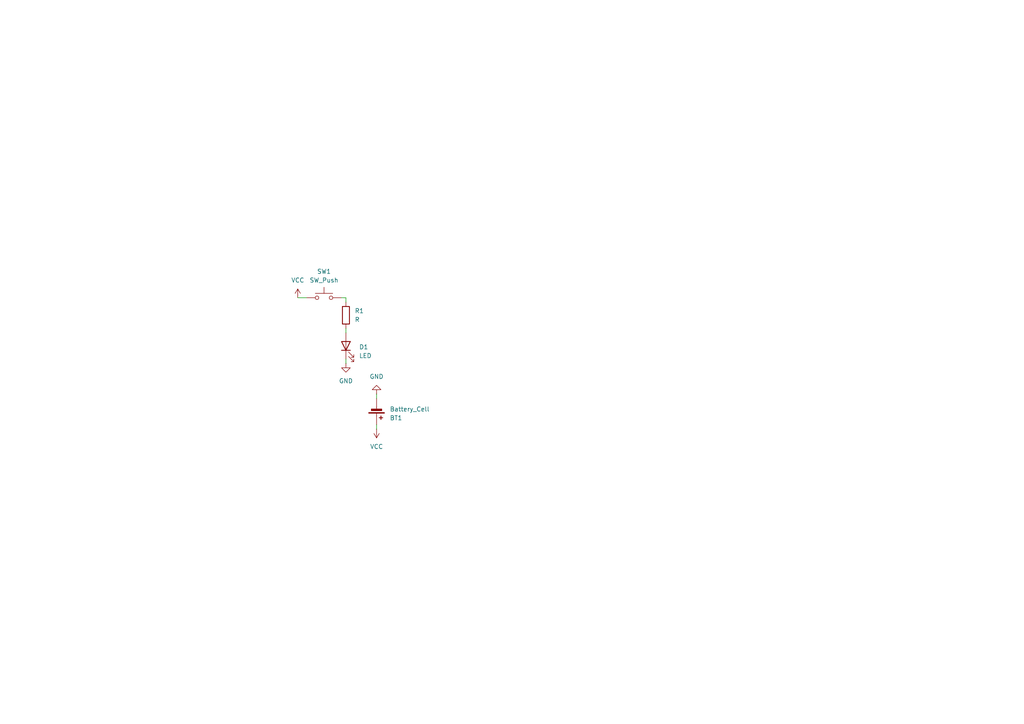
<source format=kicad_sch>
(kicad_sch (version 20250114) (generator "eeschema") (generator_version "9.0")
  (paper "A4")
  (lib_symbols
    (symbol "Device:Battery_Cell" (pin_numbers (hide yes)) (pin_names (offset 0) (hide yes))
      (property "Reference" "BT" (at 2.54 2.54 0))
      (property "Value" "Battery_Cell" (at 2.54 0 0))
      (symbol "Battery_Cell_0_1"
        (rectangle (start -2.286 1.778) (end 2.286 1.524) (fill (type outline)))
        (rectangle (start -1.524 1.016) (end 1.524 0.508) (fill (type outline)))
        (polyline (pts (xy 0 1.778) (xy 0 2.54)))
        (polyline (pts (xy 0 0.762) (xy 0 0)))
        (polyline (pts (xy 0.762 3.048) (xy 1.778 3.048)) (stroke (width 0.254)))
        (polyline (pts (xy 1.27 3.556) (xy 1.27 2.54)) (stroke (width 0.254)))
      )
      (symbol "Battery_Cell_1_1"
        (pin passive line (at 0 5.08 270) (length 2.54) (name "+") (number "1"))
        (pin passive line (at 0 -2.54 90) (length 2.54) (name "-") (number "2"))
      )
    )
    (symbol "Device:LED" (pin_numbers (hide yes)) (pin_names (offset 1.016) (hide yes))
      (property "Reference" "D" (at 0 2.54 0))
      (property "Value" "LED" (at 0 -2.54 0))
      (symbol "LED_0_1"
        (polyline (pts (xy -3.048 -0.762) (xy -4.572 -2.286) (xy -3.81 -2.286) (xy -4.572 -2.286) (xy -4.572 -1.524)))
        (polyline (pts (xy -1.778 -0.762) (xy -3.302 -2.286) (xy -2.54 -2.286) (xy -3.302 -2.286) (xy -3.302 -1.524)))
        (polyline (pts (xy -1.27 0) (xy 1.27 0)))
        (polyline (pts (xy -1.27 -1.27) (xy -1.27 1.27)) (stroke (width 0.254)))
        (polyline (pts (xy 1.27 -1.27) (xy 1.27 1.27) (xy -1.27 0) (xy 1.27 -1.27)) (stroke (width 0.254)))
      )
      (symbol "LED_1_1"
        (pin passive line (at -3.81 0 0) (length 2.54) (name "K") (number "1"))
        (pin passive line (at 3.81 0 180) (length 2.54) (name "A") (number "2"))
      )
    )
    (symbol "Device:R" (pin_numbers (hide yes)) (pin_names (offset 0))
      (property "Reference" "R" (at 2.032 0 90))
      (property "Value" "R" (at 0 0 90))
      (symbol "R_0_1"
        (rectangle (start -1.016 -2.54) (end 1.016 2.54) (stroke (width 0.254)))
      )
      (symbol "R_1_1"
        (pin passive line (at 0 3.81 270) (length 1.27) (name "~") (number "1"))
        (pin passive line (at 0 -3.81 90) (length 1.27) (name "~") (number "2"))
      )
    )
    (symbol "Switch:SW_Push" (pin_numbers (hide yes)) (pin_names (offset 1.016) (hide yes))
      (property "Reference" "SW" (at 1.27 2.54 0))
      (property "Value" "SW_Push" (at 0 -1.524 0))
      (symbol "SW_Push_0_1"
        (circle (center -2.032 0) (radius 0.508))
        (polyline (pts (xy 0 1.27) (xy 0 3.048)))
        (circle (center 2.032 0) (radius 0.508))
        (polyline (pts (xy 2.54 1.27) (xy -2.54 1.27)))
        (pin passive line (at -5.08 0 0) (length 2.54) (name "1") (number "1"))
        (pin passive line (at 5.08 0 180) (length 2.54) (name "2") (number "2"))
      )
    )
    (symbol "power:GND" (power) (pin_numbers (hide yes)) (pin_names (offset 0) (hide yes))
      (property "Value" "GND" (at 0 -3.81 0))
      (symbol "GND_0_1"
        (polyline (pts (xy 0 0) (xy 0 -1.27) (xy 1.27 -1.27) (xy 0 -2.54) (xy -1.27 -1.27) (xy 0 -1.27)))
      )
      (symbol "GND_1_1"
        (pin power_in line (at 0 0 270) (length 0) (name "~") (number "1"))
      )
    )
    (symbol "power:VCC" (power) (pin_numbers (hide yes)) (pin_names (offset 0) (hide yes))
      (property "Value" "VCC" (at 0 3.556 0))
      (symbol "VCC_0_1"
        (polyline (pts (xy -0.762 1.27) (xy 0 2.54)))
        (polyline (pts (xy 0 2.54) (xy 0.762 1.27)))
        (polyline (pts (xy 0 0) (xy 0 2.54)))
      )
      (symbol "VCC_1_1"
        (pin power_in line (at 0 0 90) (length 0) (name "~") (number "1"))
      )
    )
  )
  (wire (pts (xy 109.22 115.57) (xy 109.22 114.3)))
  (wire (pts (xy 109.22 124.46) (xy 109.22 123.19)))
  (wire (pts (xy 100.33 104.14) (xy 100.33 105.41)))
  (wire (pts (xy 86.36 86.36) (xy 88.9 86.36)))
  (wire (pts (xy 100.33 86.36) (xy 100.33 87.63)))
  (wire (pts (xy 99.06 86.36) (xy 100.33 86.36)))
  (wire (pts (xy 100.33 95.25) (xy 100.33 96.52)))
  (symbol (lib_id "Switch:SW_Push") (at 93.98 86.36 0) (unit 1)
    (property "Reference" "SW1" (at 93.98 78.74 0))
    (property "Value" "SW_Push" (at 93.98 81.28 0))
    (property "Footprint" "Button_Switch_THT:SW_PUSH_6mm" (effects (hide yes)))
    (property "Description" "Push button switch, generic, two pins" (effects (hide yes)))
  )
  (symbol (lib_id "power:GND") (at 100.33 105.41 0) (unit 1)
    (property "Reference" "#PWR0102" (effects (hide yes)))
    (property "Value" "GND" (at 100.33 110.49 0))
    (property "Description" "Power symbol creates a global label with name \"GND\" , ground" (effects (hide yes)))
  )
  (symbol (lib_id "power:VCC") (at 109.22 124.46 180) (unit 1)
    (property "Reference" "#PWR0109" (effects (hide yes)))
    (property "Value" "VCC" (at 109.22 129.54 0))
    (property "Description" "Power symbol creates a global label with name \"VCC\"" (effects (hide yes)))
  )
  (symbol (lib_id "Device:R") (at 100.33 91.44 0) (unit 1)
    (property "Reference" "R1" (at 102.87 90.1699 0) (effects (justify left)))
    (property "Value" "R" (at 102.87 92.7099 0) (effects (justify left)))
    (property "Footprint" "Resistor_THT:R_Axial_DIN0207_L6.3mm_D2.5mm_P7.62mm_Horizontal" (effects (hide yes)))
    (property "Description" "Resistor" (effects (hide yes)))
  )
  (symbol (lib_id "power:GND") (at 109.22 114.3 180) (unit 1)
    (property "Reference" "#PWR0108" (effects (hide yes)))
    (property "Value" "GND" (at 109.22 109.22 0))
    (property "Description" "Power symbol creates a global label with name \"GND\" , ground" (effects (hide yes)))
  )
  (symbol (lib_id "power:VCC") (at 86.36 86.36 0) (unit 1)
    (property "Reference" "#PWR0103" (effects (hide yes)))
    (property "Value" "VCC" (at 86.36 81.28 0))
    (property "Description" "Power symbol creates a global label with name \"VCC\"" (effects (hide yes)))
  )
  (symbol (lib_id "Device:Battery_Cell") (at 109.22 118.11 0) (mirror x) (unit 1)
    (property "Reference" "BT1" (at 113.03 121.2216 0) (effects (justify left)))
    (property "Value" "Battery_Cell" (at 113.03 118.6816 0) (effects (justify left)))
    (property "Footprint" "Battery:BatteryHolder_Multicomp_BC-2001_1x2032" (effects (hide yes)))
    (property "Description" "Single-cell battery" (effects (hide yes)))
  )
  (symbol (lib_id "Device:LED") (at 100.33 100.33 90) (unit 1)
    (property "Reference" "D1" (at 104.14 100.6474 90) (effects (justify right)))
    (property "Value" "LED" (at 104.14 103.1874 90) (effects (justify right)))
    (property "Footprint" "LED_THT:LED_D3.0mm" (effects (hide yes)))
    (property "Description" "Light emitting diode" (effects (hide yes)))
    (property "Sim.Pins" "1=K 2=A" (effects (hide yes)))
  )
)
</source>
